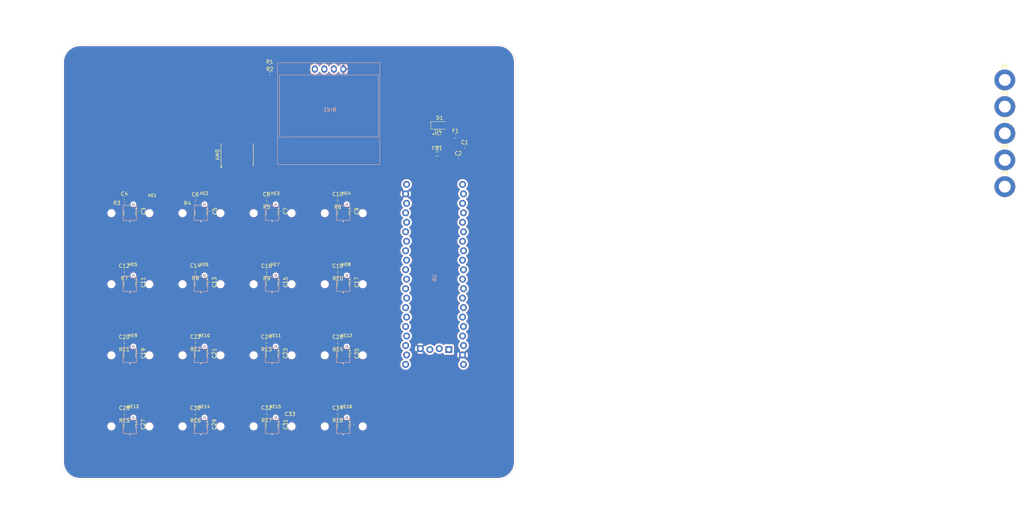
<source format=kicad_pcb>
(kicad_pcb (version 20241229) (generator "pcbnew") (generator_version "9.0")
  (layers (0 "F.Cu" signal) (2 "B.Cu" signal) (13 "F.Paste" user) (15 "B.Paste" user) (5 "F.SilkS" user "F.Silkscreen") (7 "B.SilkS" user "B.Silkscreen") (1 "F.Mask" user) (3 "B.Mask" user) (25 "Edge.Cuts" user))
  (net 0 "")
  (net 1 "+3.3VA")
  (net 2 "SELECT2")
  (net 3 "AM0:14")
  (net 4 "GND")
  (net 5 "AM0:12")
  (net 6 "AM0:2")
  (net 7 "AM0:11")
  (net 8 "SELECT3")
  (net 9 "AM0")
  (net 10 "AM0:1")
  (net 11 "AM0:0")
  (net 12 "AM0:10")
  (net 13 "AM0:6")
  (net 14 "AM0:15")
  (net 15 "AM0:13")
  (net 16 "AM0:7")
  (net 17 "AM0:8")
  (net 18 "AM0:5")
  (net 19 "SELECT0")
  (net 20 "AM0:3")
  (net 21 "SELECT1")
  (net 22 "AM0:9")
  (net 23 "AM0:4")
  (net 24 "Net-(U4-VI)")
  (net 25 "+5V")
  (net 26 "Net-(D1-K)")
  (net 27 "Net-(F1-Pad2)")
  (net 29 "USB_D+")
  (net 33 "USB_D-")
  (net 35 "SWD_3.3V")
  (net 38 "SWDIO")
  (net 39 "SWCLK")
  (net 43 "NRST")
  (net 51 "FLASH_CS")
  (net 54 "PWR_SENSE")
  (net 55 "+3.3V_QWIIC")
  (net 57 "OLED_SCLK")
  (net 58 "OLED_SDA")
  (net 63 "Net-(C6-Pad1)")
  (net 64 "Net-(C8-Pad1)")
  (net 65 "Net-(C10-Pad1)")
  (net 66 "Net-(C12-Pad1)")
  (net 67 "Net-(C14-Pad1)")
  (net 68 "Net-(C16-Pad1)")
  (net 69 "Net-(C18-Pad1)")
  (net 70 "Net-(C20-Pad1)")
  (net 71 "Net-(C22-Pad1)")
  (net 72 "Net-(C24-Pad1)")
  (net 73 "Net-(C26-Pad1)")
  (net 74 "Net-(C28-Pad1)")
  (net 75 "Net-(C30-Pad1)")
  (net 76 "Net-(C32-Pad1)")
  (net 77 "Net-(C34-Pad1)")
  (net 78 "Net-(HE1-OUT)")
  (net 79 "Net-(HE2-OUT)")
  (net 80 "Net-(HE3-OUT)")
  (net 81 "Net-(HE4-OUT)")
  (net 82 "Net-(HE5-OUT)")
  (net 83 "Net-(HE6-OUT)")
  (net 84 "Net-(HE7-OUT)")
  (net 85 "Net-(HE8-OUT)")
  (net 86 "Net-(HE9-OUT)")
  (net 87 "Net-(HE10-OUT)")
  (net 88 "Net-(HE11-OUT)")
  (net 89 "Net-(HE12-OUT)")
  (net 90 "Net-(HE13-OUT)")
  (net 91 "Net-(HE14-OUT)")
  (net 92 "Net-(HE15-OUT)")
  (net 93 "Net-(HE16-OUT)")
  (net 94 "Net-(C4-Pad1)")
  (footprint "PCM_marbastlib-xp-he:SW_MX_HE_0deg_1u" (layer "F.Cu") (at 170.636827 147.625058)
    (property "Reference" "HE14")
    (property "Value" "OH49E-S")
  )
  (footprint "Capacitor_SMD:C_0402_1005Metric" (layer "F.Cu") (at 172.95 109.005 -90)
    (property "Reference" "C13")
    (property "Value" "100n")
  )
  (footprint "Capacitor_SMD:C_0402_1005Metric" (layer "F.Cu") (at 207.1 124.8)
    (property "Reference" "C26")
    (property "Value" "100n")
  )
  (footprint "Capacitor_SMD:C_0402_1005Metric" (layer "F.Cu") (at 241.105 72.65)
    (property "Reference" "C1")
    (property "Value" "10u")
  )
  (footprint "PCM_marbastlib-xp-he:SW_MX_HE_0deg_1u" (layer "F.Cu") (at 189.686827 147.625058)
    (property "Reference" "HE15")
    (property "Value" "OH49E-S")
  )
  (footprint "Capacitor_SMD:C_0402_1005Metric" (layer "F.Cu") (at 207.095 86.525)
    (property "Reference" "C10")
    (property "Value" "100n")
  )
  (footprint "MountingHole:MountingHole_3.2mm_M3_DIN965_Pad" (layer "F.Cu") (at 385.7625 61.91875)
    (property "Reference" "H2")
    (property "Value" "MountingHole")
  )
  (footprint "Resistor_SMD:R_0402_1005Metric" (layer "F.Cu") (at 207.134999 106.825 180)
    (property "Reference" "R10")
    (property "Value" "10k")
  )
  (footprint "Capacitor_SMD:C_0402_1005Metric" (layer "F.Cu") (at 173.075 89.95 -90)
    (property "Reference" "C5")
    (property "Value" "100n")
  )
  (footprint "Package_SO:SSOP-24_5.3x8.2mm_P0.65mm" (layer "F.Cu") (at 180.2 74.8 90)
    (property "Reference" "AM0")
    (property "Value" "CD74HC4067SM")
  )
  (footprint "Capacitor_SMD:C_0402_1005Metric" (layer "F.Cu") (at 211.05 109 -90)
    (property "Reference" "C17")
    (property "Value" "100n")
  )
  (footprint "Resistor_SMD:R_0402_1005Metric" (layer "F.Cu") (at 188.075 106.825 180)
    (property "Reference" "R9")
    (property "Value" "10k")
  )
  (footprint "Capacitor_SMD:C_0402_1005Metric" (layer "F.Cu") (at 149.97 143.85)
    (property "Reference" "C28")
    (property "Value" "100n")
  )
  (footprint "Capacitor_SMD:C_0402_1005Metric" (layer "F.Cu") (at 149.945 105.75)
    (property "Reference" "C12")
    (property "Value" "100n")
  )
  (footprint "Capacitor_SMD:C_0402_1005Metric" (layer "F.Cu") (at 153.875 147.1 -90)
    (property "Reference" "C27")
    (property "Value" "100n")
  )
  (footprint "Resistor_SMD:R_0402_1005Metric" (layer "F.Cu") (at 188.915 51.075)
    (property "Reference" "R1")
    (property "Value" "2k2")
  )
  (footprint "Capacitor_SMD:C_0402_1005Metric" (layer "F.Cu") (at 192 147.1 -90)
    (property "Reference" "C31")
    (property "Value" "100n")
  )
  (footprint "PCM_marbastlib-xp-he:SW_MX_HE_0deg_1u" (layer "F.Cu") (at 189.686827 90.475058)
    (property "Reference" "HE3")
    (property "Value" "OH49E-S")
  )
  (footprint "Capacitor_SMD:C_0402_1005Metric" (layer "F.Cu") (at 191.975 128.055 -90)
    (property "Reference" "C23")
    (property "Value" "100n")
  )
  (footprint "Diode_SMD:D_SOD-123" (layer "F.Cu") (at 234.4 66.95)
    (property "Reference" "D1")
    (property "Value" "B5819W")
  )
  (footprint "MountingHole:MountingHole_3.2mm_M3_DIN965_Pad" (layer "F.Cu") (at 385.7625 69.06875)
    (property "Reference" "H3")
    (property "Value" "MountingHole")
  )
  (footprint "MountingHole:MountingHole_3.2mm_M3_DIN965_Pad" (layer "F.Cu") (at 385.7625 76.21875)
    (property "Reference" "H4")
    (property "Value" "MountingHole")
  )
  (footprint "Inductor_SMD:L_0805_2012Metric" (layer "F.Cu") (at 233.755 74.62)
    (property "Reference" "FB1")
    (property "Value" "100 @ 100 MHz")
  )
  (footprint "Resistor_SMD:R_0402_1005Metric" (layer "F.Cu") (at 169.034999 125.8 180)
    (property "Reference" "R12")
    (property "Value" "10k")
  )
  (footprint "PCM_marbastlib-xp-he:SW_MX_HE_0deg_1u" (layer "F.Cu") (at 208.736827 147.625058)
    (property "Reference" "HE16")
    (property "Value" "OH49E-S")
  )
  (footprint "Capacitor_SMD:C_0402_1005Metric" (layer "F.Cu") (at 207.075 143.825)
    (property "Reference" "C34")
    (property "Value" "100n")
  )
  (footprint "Capacitor_SMD:C_0402_1005Metric" (layer "F.Cu") (at 207.105 105.75)
    (property "Reference" "C18")
    (property "Value" "100n")
  )
  (footprint "PCM_marbastlib-xp-he:SW_MX_HE_0deg_1u" (layer "F.Cu") (at 170.636827 109.525058)
    (property "Reference" "HE6")
    (property "Value" "OH49E-S")
  )
  (footprint "PCM_marbastlib-xp-he:SW_MX_HE_0deg_1u" (layer "F.Cu") (at 208.736827 109.525058)
    (property "Reference" "HE8")
    (property "Value" "OH49E-S")
  )
  (footprint "Capacitor_SMD:C_0402_1005Metric" (layer "F.Cu") (at 149.98 86.45)
    (property "Reference" "C4")
    (property "Value" "100n")
  )
  (footprint "PCM_marbastlib-xp-he:SW_MX_HE_0deg_1u" (layer "F.Cu") (at 208.736827 128.575058)
    (property "Reference" "HE12")
    (property "Value" "OH49E-S")
  )
  (footprint "Capacitor_SMD:C_0402_1005Metric" (layer "F.Cu") (at 188.05 143.8)
    (property "Reference" "C32")
    (property "Value" "100n")
  )
  (footprint "Resistor_SMD:R_0402_1005Metric" (layer "F.Cu") (at 207.134999 125.875 180)
    (property "Reference" "R14")
    (property "Value" "10k")
  )
  (footprint "PCM_marbastlib-xp-he:SW_MX_HE_0deg_1u" (layer "F.Cu") (at 170.636827 90.475058)
    (property "Reference" "HE2")
    (property "Value" "OH49E-S")
  )
  (footprint "Capacitor_SMD:C_0402_1005Metric" (layer "F.Cu") (at 149.95 124.8)
    (property "Reference" "C20")
    (property "Value" "100n")
  )
  (footprint "Fuse:Fuse_0603_1608Metric" (layer "F.Cu") (at 238.635 69.88)
    (property "Reference" "F1")
    (property "Value" "500mA")
  )
  (footprint "Resistor_SMD:R_0402_1005Metric" (layer "F.Cu") (at 188.915 53.065)
    (property "Reference" "R2")
    (property "Value" "2k2")
  )
  (footprint "PCM_marbastlib-xp-he:SW_MX_HE_0deg_1u" (layer "F.Cu") (at 151.586827 147.625058)
    (property "Reference" "HE13")
    (property "Value" "OH49E-S")
  )
  (footprint "PCM_marbastlib-xp-he:SW_MX_HE_0deg_1u" (layer "F.Cu") (at 170.636827 128.575058)
    (property "Reference" "HE10")
    (property "Value" "OH49E-S")
  )
  (footprint "Capacitor_SMD:C_0402_1005Metric" (layer "F.Cu") (at 188.05 105.775)
    (property "Reference" "C16")
    (property "Value" "100n")
  )
  (footprint "Capacitor_SMD:C_0402_1005Metric" (layer "F.Cu") (at 169 143.85)
    (property "Reference" "C30")
    (property "Value" "100n")
  )
  (footprint "PCM_marbastlib-xp-he:SW_MX_HE_0deg_1u" (layer "F.Cu") (at 208.736827 90.475058)
    (property "Reference" "HE4")
    (property "Value" "OH49E-S")
  )
  (footprint "Resistor_SMD:R_0402_1005Metric" (layer "F.Cu") (at 149.984999 144.9 180)
    (property "Reference" "R15")
    (property "Value" "10k")
  )
  (footprint "Resistor_SMD:R_0402_1005Metric" (layer "F.Cu") (at 188.034999 125.825 180)
    (property "Reference" "R13")
    (property "Value" "10k")
  )
  (footprint "Capacitor_SMD:C_0402_1005Metric" (layer "F.Cu") (at 211.075 128.1 -90)
    (property "Reference" "C25")
    (property "Value" "100n")
  )
  (footprint "PCM_marbastlib-xp-he:SW_MX_HE_0deg_1u" (layer "F.Cu") (at 151.586827 90.475058)
    (property "Reference" "HE1")
    (property "Value" "OH49E-S")
  )
  (footprint "Capacitor_SMD:C_0402_1005Metric" (layer "F.Cu") (at 188.045 86.575)
    (property "Reference" "C8")
    (property "Value" "100n")
  )
  (footprint "Capacitor_SMD:C_0402_1005Metric" (layer "F.Cu") (at 211.075 89.95 -90)
    (property "Reference" "C9")
    (property "Value" "100n")
  )
  (footprint "Capacitor_SMD:C_0402_1005Metric" (layer "F.Cu") (at 169.025 124.75)
    (property "Reference" "C22")
    (property "Value" "100n")
  )
  (footprint "PCM_marbastlib-xp-he:SW_MX_HE_0deg_1u" (layer "F.Cu") (at 151.586827 128.575058)
    (property "Reference" "HE9")
    (property "Value" "OH49E-S")
  )
  (footprint "Capacitor_SMD:C_0402_1005Metric" (layer "F.Cu") (at 172.925 147.1 -90)
    (property "Reference" "C29")
    (property "Value" "100n")
  )
  (footprint "Capacitor_SMD:C_0402_1005Metric" (layer "F.Cu") (at 169 86.6)
    (property "Reference" "C6")
    (property "Value" "100n")
  )
  (footprint "Capacitor_SMD:C_0402_1005Metric" (layer "F.Cu") (at 239.405 75.625)
    (property "Reference" "C2")
    (property "Value" "10u")
  )
  (footprint "Resistor_SMD:R_0402_1005Metric" (layer "F.Cu") (at 169.015001 106.75 180)
    (property "Reference" "R8")
    (property "Value" "10k")
  )
  (footprint "Resistor_SMD:R_0402_1005Metric" (layer "F.Cu") (at 188.084999 144.85 180)
    (property "Reference" "R17")
    (property "Value" "10k")
  )
  (footprint "MountingHole:MountingHole_3.2mm_M3_DIN965_Pad" (layer "F.Cu") (at 385.7625 54.76875)
    (property "Reference" "H1")
    (property "Value" "MountingHole")
  )
  (footprint "Capacitor_SMD:C_0402_1005Metric" (layer "F.Cu") (at 153.9 128.055 -90)
    (property "Reference" "C19")
    (property "Value" "100n")
  )
  (footprint "Package_TO_SOT_SMD:SOT-23-3" (layer "F.Cu") (at 234.055 71.025)
    (property "Reference" "U4")
    (property "Value" "XC6206P332MR-G")
  )
  (footprint "MountingHole:MountingHole_3.2mm_M3_DIN965_Pad" (layer "F.Cu") (at 385.7625 83.36875)
    (property "Reference" "H5")
    (property "Value" "MountingHole")
  )
  (footprint "PCM_marbastlib-xp-he:SW_MX_HE_0deg_1u" (layer "F.Cu") (at 151.586827 109.525058)
    (property "Reference" "HE5")
    (property "Value" "OH49E-S")
  )
  (footprint "Resistor_SMD:R_0402_1005Metric" (layer "F.Cu") (at 169.025 87.775 180)
    (property "Reference" "R4")
    (property "Value" "10k")
  )
  (footprint "Capacitor_SMD:C_0402_1005Metric" (layer "F.Cu") (at 211.05 147.1 -90)
    (property "Reference" "C33" (hide yes))
    (property "Value" "100n")
  )
  (footprint "Capacitor_SMD:C_0402_1005Metric" (layer "F.Cu") (at 153.875 109 -90)
    (property "Reference" "C11")
    (property "Value" "100n")
  )
  (footprint "Resistor_SMD:R_0402_1005Metric" (layer "F.Cu") (at 150 87.725 180)
    (property "Reference" "R3")
    (property "Value" "10k")
  )
  (footprint "Resistor_SMD:R_0402_1005Metric" (layer "F.Cu") (at 188.075 87.65 180)
    (property "Reference" "R5")
    (property "Value" "10k")
  )
  (footprint "Resistor_SMD:R_0402_1005Metric" (layer "F.Cu") (at 149.959999 125.85 180)
    (property "Reference" "R11")
    (property "Value" "10k")
  )
  (footprint "Capacitor_SMD:C_0402_1005Metric" (layer "F.Cu") (at 188 124.775)
    (property "Reference" "C24")
    (property "Value" "100n")
  )
  (footprint "Capacitor_SMD:C_0402_1005Metric" (layer "F.Cu") (at 154 89.955 -90)
    (property "Reference" "C3")
    (property "Value" "100n")
  )
  (footprint "Capacitor_SMD:C_0402_1005Metric" (layer "F.Cu") (at 172.925 128.045 -90)
    (property "Reference" "C21")
    (property "Value" "100n")
  )
  (footprint "PCM_marbastlib-xp-he:SW_MX_HE_0deg_1u" (layer "F.Cu") (at 189.686827 109.525058)
    (property "Reference" "HE7")
    (property "Value" "OH49E-S")
  )
  (footprint "Resistor_SMD:R_0402_1005Metric" (layer "F.Cu") (at 207.125 87.65 180)
    (property "Reference" "R6")
    (property "Value" "10k")
  )
  (footprint "Resistor_SMD:R_0402_1005Metric" (layer "F.Cu") (at 169.034999 144.9 180)
    (property "Reference" "R16")
    (property "Value" "10k")
  )
  (footprint "Capacitor_SMD:C_0402_1005Metric" (layer "F.Cu") (at 192 108.98 -90)
    (property "Reference" "C15")
    (property "Value" "100n")
  )
  (footprint "PCM_marbastlib-xp-he:SW_MX_HE_0deg_1u" (layer "F.Cu") (at 189.686827 128.575058)
    (property "Reference" "HE11")
    (property "Value" "OH49E-S")
  )
  (footprint "Resistor_SMD:R_0402_1005Metric" (layer "F.Cu") (at 149.975 106.775 180)
    (property "Reference" "R7")
    (property "Value" "10k")
  )
  (footprint "Resistor_SMD:R_0402_1005Metric" (layer "F.Cu") (at 207.109999 144.85 180)
    (property "Reference" "R18")
    (property "Value" "10k")
  )
  (footprint "Capacitor_SMD:C_0402_1005Metric" (layer "F.Cu") (at 169 105.675)
    (property "Reference" "C14")
    (property "Value" "100n")
  )
  (footprint "Capacitor_SMD:C_0402_1005Metric" (layer "F.Cu") (at 192.025 89.925 -90)
    (property "Reference" "C7")
    (property "Value" "100n")
  )
  (footprint "KiCad-SSD1306-128x64:128x64OLED" (layer "B.Cu") (at 205 62.45 180)
    (property "Reference" "Brd1")
    (property "Value" "SSD1306")
  )
  (footprint "kicad_blackpill:BlackPill_STLINK" (layer "B.Cu") (at 233.057 107.865 180)
    (property "Reference" "U6")
    (property "Value" "BlackPill_STLINK")
  )
  (gr_line (start 138.1125 45.24375) (end 250.03125 45.24375) (stroke (width 0.05)) (layer "Edge.Cuts"))
  (gr_arc (start 133.35 50.00625) (mid 134.744904 46.638654) (end 138.1125 45.24375) (stroke (width 0.05)) (layer "Edge.Cuts"))
  (gr_line (start 133.35 157.1625) (end 133.35 50.00625) (stroke (width 0.05)) (layer "Edge.Cuts"))
  (gr_arc (start 138.1125 161.925) (mid 134.744904 160.530096) (end 133.35 157.1625) (stroke (width 0.05)) (layer "Edge.Cuts"))
  (gr_arc (start 254.79375 157.1625) (mid 253.398846 160.530096) (end 250.03125 161.925) (stroke (width 0.05)) (layer "Edge.Cuts"))
  (gr_line (start 250.053023 161.925) (end 138.1125 161.925) (stroke (width 0.05)) (layer "Edge.Cuts"))
  (gr_line (start 254.79375 50.00625) (end 254.79375 157.1625) (stroke (width 0.05)) (layer "Edge.Cuts"))
  (gr_arc (start 250.03125 45.24375) (mid 253.398846 46.638654) (end 254.79375 50.00625) (stroke (width 0.05)) (layer "Edge.Cuts"))
  (gr_text "C33" (at 194.35 144.325 0) (layer "F.SilkS") (effects (font (size 1 1))))
  (segment (start 152.395405 89.478979) (end 153.996021 89.478979) (width 0.25) (layer "F.Cu") (net 1))
  (segment (start 153.996021 89.478979) (end 154 89.475) (width 0.25) (layer "F.Cu") (net 1))
  (segment (start 149.465 105.75) (end 149.465001 106.775) (width 0.25) (layer "F.Cu") (net 66))
  (segment (start 150.495406 87.739593) (end 150.509999 87.725) (width 0.25) (layer "F.Cu") (net 78))
  (segment (start 150.495406 89.478979) (end 150.495406 87.739593) (width 0.25) (layer "F.Cu") (net 78))
  (segment (start 149.490001 87.725) (end 149.490001 86.459999) (width 0.25) (layer "F.Cu") (net 94))
  (segment (start 149.490001 86.459999) (end 149.5 86.45) (width 0.25) (layer "F.Cu") (net 94))
  (zone (net 4) (net_name "GND") (layer "F.Cu") (connect_pads (clearance 0.5)) (min_thickness 0.25) (fill yes (thermal_gap 0.5) (thermal_bridge_width 0.5))
    (polygon (pts (xy 116.68125 33.3375) (xy 271.4625 33.3375) (xy 273.84375 35.71875) (xy 273.84375 164.30625) (xy 264.31875 173.83125) (xy 130.96875 173.83125) (xy 116.68125 159.54375)))
  )
  (zone (net 4) (net_name "GND") (layer "B.Cu") (priority 1) (connect_pads (clearance 0.5)) (min_thickness 0.25) (fill yes (thermal_gap 0.5) (thermal_bridge_width 0.5))
    (polygon (pts (xy 116.68125 33.3375) (xy 273.84375 33.3375) (xy 273.84375 166.6875) (xy 269.08125 171.45) (xy 119.0625 171.45) (xy 116.68125 169.06875)))
  )
)
</source>
